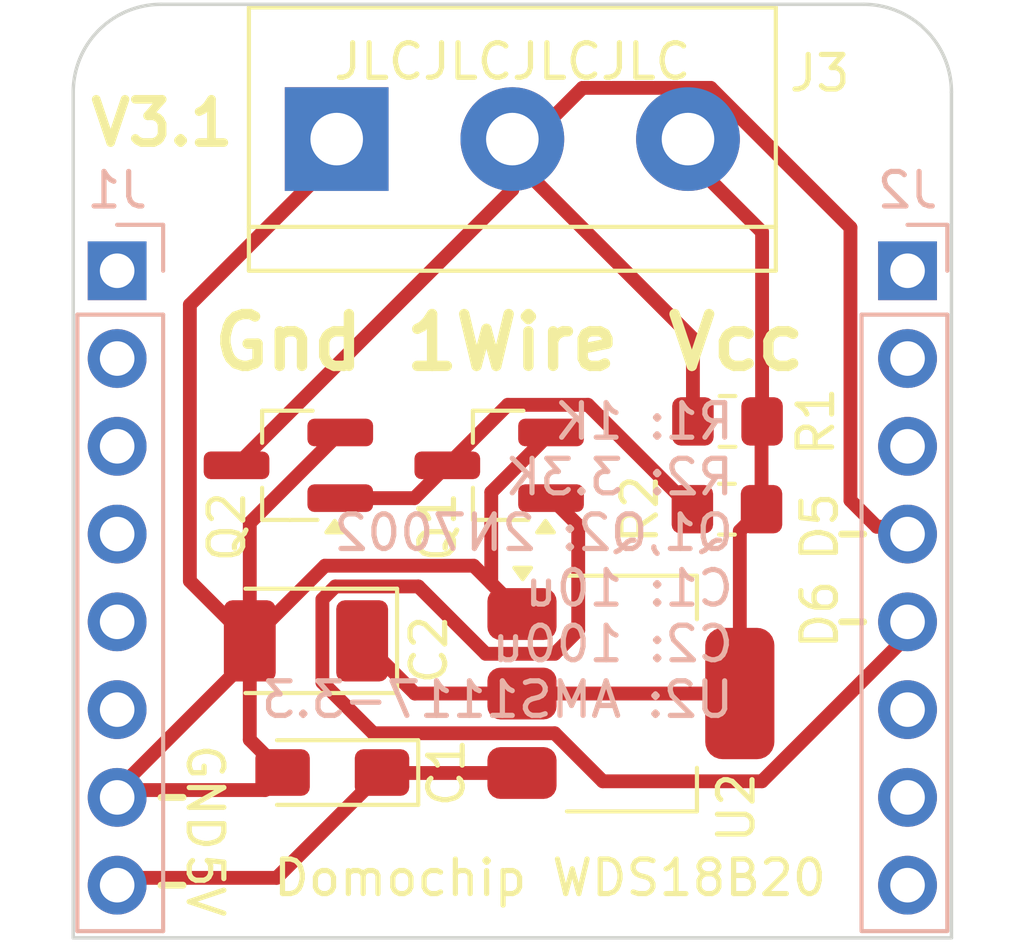
<source format=kicad_pcb>
(kicad_pcb (version 20240108) (generator "pcbnew") (generator_version "8.0")
  (layers (0 "F.Cu" signal) (31 "B.Cu" signal) (34 "B.Paste" user) (35 "F.Paste" user) (36 "B.SilkS" user "B.Silkscreen") (37 "F.SilkS" user "F.Silkscreen") (38 "B.Mask" user) (39 "F.Mask" user) (44 "Edge.Cuts" user))
  (net 0 "")
  (net 1 "VCC")
  (net 2 "GND")
  (net 3 "5V")
  (net 5 "Net-(Q1-D)")
  (net 12 "Net-(J2-D5)")
  (net 15 "Net-(J2-D6)")
  (footprint "Capacitor_Tantalum_SMD:CP_EIA-3216-18_Kemet-A_Pad1.58x1.35mm_HandSolder" (layer "F.Cu") (at 67.183 47.54 180)
    (property "Reference" "C1" (at -3.302 0 90) (layer "F.SilkS"))
    (property "Value" "10u")
    (fp_line (start 1.6 0.935) (end -2.485 0.935) (stroke (width 0.12)) (layer "F.SilkS"))
    (fp_line (start -2.485 0.935) (end -2.485 -0.935) (stroke (width 0.12)) (layer "F.SilkS"))
    (fp_line (start -2.485 -0.935) (end 1.6 -0.935) (stroke (width 0.12)) (layer "F.SilkS"))
    (pad "1" smd roundrect (at -1.4375 0 180) (size 1.575 1.35) (layers "F.Cu" "F.Paste" "F.Mask") (roundrect_rratio 0.185185) (net 3 "5V"))
    (pad "2" smd roundrect (at 1.4375 0 180) (size 1.575 1.35) (layers "F.Cu" "F.Paste" "F.Mask") (roundrect_rratio 0.185185) (net 2 "GND"))
  )
  (footprint "Capacitor_Tantalum_SMD:CP_EIA-3528-21_Kemet-B_Pad1.50x2.35mm_HandSolder" (layer "F.Cu") (at 66.421 43.73 180)
    (property "Reference" "C2" (at -3.556 -0.254 90) (layer "F.SilkS"))
    (property "Value" "100u")
    (fp_line (start 1.75 1.51) (end -2.635 1.51) (stroke (width 0.12)) (layer "F.SilkS"))
    (fp_line (start -2.635 1.51) (end -2.635 -1.51) (stroke (width 0.12)) (layer "F.SilkS"))
    (fp_line (start -2.635 -1.51) (end 1.75 -1.51) (stroke (width 0.12)) (layer "F.SilkS"))
    (pad "1" smd roundrect (at -1.625 0 180) (size 1.5 2.35) (layers "F.Cu" "F.Paste" "F.Mask") (roundrect_rratio 0.166667) (net 1 "VCC"))
    (pad "2" smd roundrect (at 1.625 0 180) (size 1.5 2.35) (layers "F.Cu" "F.Paste" "F.Mask") (roundrect_rratio 0.166667) (net 2 "GND"))
  )
  (footprint "Resistor_SMD:R_0805_2012Metric_Pad1.20x1.40mm_HandSolder" (layer "F.Cu") (at 78.613 37.38 180)
    (property "Reference" "R1" (at -2.556 0 90) (layer "F.SilkS"))
    (property "Value" "1K")
    (fp_line (start -0.227064 0.735) (end 0.227064 0.735) (stroke (width 0.12)) (layer "F.SilkS"))
    (fp_line (start -0.227064 -0.735) (end 0.227064 -0.735) (stroke (width 0.12)) (layer "F.SilkS"))
    (pad "1" smd roundrect (at -1 0 180) (size 1.2 1.4) (layers "F.Cu" "F.Paste" "F.Mask") (roundrect_rratio 0.208333) (net 1 "VCC"))
    (pad "2" smd roundrect (at 1 0 180) (size 1.2 1.4) (layers "F.Cu" "F.Paste" "F.Mask") (roundrect_rratio 0.208333) (net 12 "Net-(J2-D5)"))
  )
  (footprint "Resistor_SMD:R_0805_2012Metric_Pad1.20x1.40mm_HandSolder" (layer "F.Cu") (at 78.597 39.92 180)
    (property "Reference" "R2" (at 2.524 0 90) (layer "F.SilkS"))
    (property "Value" "3.3K")
    (fp_line (start -0.227064 0.735) (end 0.227064 0.735) (stroke (width 0.12)) (layer "F.SilkS"))
    (fp_line (start -0.227064 -0.735) (end 0.227064 -0.735) (stroke (width 0.12)) (layer "F.SilkS"))
    (pad "1" smd roundrect (at -1 0 180) (size 1.2 1.4) (layers "F.Cu" "F.Paste" "F.Mask") (roundrect_rratio 0.208333) (net 1 "VCC"))
    (pad "2" smd roundrect (at 1 0 180) (size 1.2 1.4) (layers "F.Cu" "F.Paste" "F.Mask") (roundrect_rratio 0.208333) (net 5 "Net-(Q1-D)"))
  )
  (footprint "Package_TO_SOT_SMD:SOT-223-3_TabPin2" (layer "F.Cu") (at 75.819 45.254)
    (property "Reference" "U2" (at 3.048 3.302 90) (layer "F.SilkS"))
    (property "Value" "AMS1117-3.3")
    (fp_line (start -1.85 -3.41) (end 1.91 -3.41) (stroke (width 0.12)) (layer "F.SilkS"))
    (fp_line (start -1.85 3.41) (end 1.91 3.41) (stroke (width 0.12)) (layer "F.SilkS"))
    (fp_line (start 1.91 -3.41) (end 1.91 -2.15) (stroke (width 0.12)) (layer "F.SilkS"))
    (fp_line (start 1.91 3.41) (end 1.91 2.15) (stroke (width 0.12)) (layer "F.SilkS"))
    (fp_poly (pts (xy -3.13 -3.31) (xy -3.37 -3.64) (xy -2.89 -3.64) (xy -3.13 -3.31)) (stroke (width 0.12)) (fill solid) (layer "F.SilkS"))
    (pad "1" smd roundrect (at -3.15 -2.3) (size 2 1.5) (layers "F.Cu" "F.Paste" "F.Mask") (net 2 "GND"))
    (pad "2" smd roundrect (at -3.15 0) (size 2 1.5) (layers "F.Cu" "F.Paste" "F.Mask") (net 1 "VCC"))
    (pad "2" smd roundrect (at 3.15 0) (size 2 3.8) (layers "F.Cu" "F.Paste" "F.Mask") (net 1 "VCC"))
    (pad "3" smd roundrect (at -3.15 2.3) (size 2 1.5) (layers "F.Cu" "F.Paste" "F.Mask") (net 3 "5V"))
  )
  (footprint "Package_TO_SOT_SMD:SOT-23_Handsoldering" (layer "F.Cu") (at 72.009 38.65 180)
    (property "Reference" "Q1" (at 1.778 -1.778 90) (layer "F.SilkS"))
    (property "Value" "2N7002")
    (fp_line (start 0.76 1.58) (end 0.76 0.65) (stroke (width 0.12)) (layer "F.SilkS"))
    (fp_line (start 0.76 1.58) (end -0.7 1.58) (stroke (width 0.12)) (layer "F.SilkS"))
    (fp_line (start 0.76 -1.58) (end 0.76 -0.65) (stroke (width 0.12)) (layer "F.SilkS"))
    (fp_line (start -0.04 -1.58) (end 0.76 -1.58) (stroke (width 0.12)) (layer "F.SilkS"))
    (fp_line (start -0.04 -1.58) (end -0.84 -1.58) (stroke (width 0.12)) (layer "F.SilkS"))
    (fp_poly (pts (xy -1.34 -1.61) (xy -1.58 -1.94) (xy -1.1 -1.94) (xy -1.34 -1.61)) (stroke (width 0.12)) (fill solid) (layer "F.SilkS"))
    (pad "1" smd roundrect (at -1.5 -0.95 180) (size 1.9 0.8) (layers "F.Cu" "F.Paste" "F.Mask") (net 15 "Net-(J2-D6)"))
    (pad "2" smd roundrect (at -1.5 0.95 180) (size 1.9 0.8) (layers "F.Cu" "F.Paste" "F.Mask") (net 2 "GND"))
    (pad "3" smd roundrect (at 1.5 0 180) (size 1.9 0.8) (layers "F.Cu" "F.Paste" "F.Mask") (net 5 "Net-(Q1-D)"))
  )
  (footprint "Package_TO_SOT_SMD:SOT-23_Handsoldering" (layer "F.Cu") (at 65.913 38.65 180)
    (property "Reference" "Q2" (at 1.778 -1.778 90) (layer "F.SilkS"))
    (property "Value" "2N7002")
    (fp_line (start 0.76 1.58) (end 0.76 0.65) (stroke (width 0.12)) (layer "F.SilkS"))
    (fp_line (start 0.76 1.58) (end -0.7 1.58) (stroke (width 0.12)) (layer "F.SilkS"))
    (fp_line (start 0.76 -1.58) (end 0.76 -0.65) (stroke (width 0.12)) (layer "F.SilkS"))
    (fp_line (start -0.04 -1.58) (end 0.76 -1.58) (stroke (width 0.12)) (layer "F.SilkS"))
    (fp_line (start -0.04 -1.58) (end -0.84 -1.58) (stroke (width 0.12)) (layer "F.SilkS"))
    (fp_poly (pts (xy -1.34 -1.61) (xy -1.58 -1.94) (xy -1.1 -1.94) (xy -1.34 -1.61)) (stroke (width 0.12)) (fill solid) (layer "F.SilkS"))
    (pad "1" smd roundrect (at -1.5 -0.95 180) (size 1.9 0.8) (layers "F.Cu" "F.Paste" "F.Mask") (net 5 "Net-(Q1-D)"))
    (pad "2" smd roundrect (at -1.5 0.95 180) (size 1.9 0.8) (layers "F.Cu" "F.Paste" "F.Mask") (net 2 "GND"))
    (pad "3" smd roundrect (at 1.5 0 180) (size 1.9 0.8) (layers "F.Cu" "F.Paste" "F.Mask") (net 12 "Net-(J2-D5)"))
  )
  (footprint "TerminalBlock:TerminalBlock_bornier-3_P5.08mm" (layer "F.Cu") (at 67.31 29.21)
    (property "Reference" "J3" (at 13.97 -1.905 0) (layer "F.SilkS"))
    (property "Value" "1-Wire Bus")
    (fp_line (start -2.54 -3.81) (end 12.7 -3.81) (stroke (width 0.12)) (layer "F.SilkS"))
    (fp_line (start -2.54 2.54) (end 12.7 2.54) (stroke (width 0.12)) (layer "F.SilkS"))
    (fp_line (start -2.54 3.81) (end -2.54 -3.81) (stroke (width 0.12)) (layer "F.SilkS"))
    (fp_line (start -2.54 3.81) (end 12.7 3.81) (stroke (width 0.12)) (layer "F.SilkS"))
    (fp_line (start 12.7 3.81) (end 12.7 -3.81) (stroke (width 0.12)) (layer "F.SilkS"))
    (pad "1" thru_hole rect (at 0 0) (size 3 3) (drill 1.52) (layers "*.Cu" "*.Mask") (net 2 "GND"))
    (pad "2" thru_hole circle (at 5.08 0) (size 3 3) (drill 1.52) (layers "*.Cu" "*.Mask") (net 12 "Net-(J2-D5)"))
    (pad "3" thru_hole circle (at 10.16 0) (size 3 3) (drill 1.52) (layers "*.Cu" "*.Mask") (net 1 "VCC"))
  )
  (footprint "wemos_d1_mini:WeMos_D1_mini_Hat_Left" (layer "B.Cu") (at 60.96 33.02 180)
    (property "Reference" "J1" (at 0 2.33 0) (layer "B.SilkS") (effects (justify mirror)))
    (property "Value" "WeMos_mini_Hat_Left")
    (fp_line (start 1.15 -1.27) (end -1.33 -1.27) (stroke (width 0.12)) (layer "B.SilkS"))
    (fp_line (start 1.15 -19.11) (end 1.15 -1.27) (stroke (width 0.12)) (layer "B.SilkS"))
    (fp_line (start 1.15 -19.11) (end -1.33 -19.11) (stroke (width 0.12)) (layer "B.SilkS"))
    (fp_line (start 0 1.33) (end -1.33 1.33) (stroke (width 0.12)) (layer "B.SilkS"))
    (fp_line (start -1.33 1.33) (end -1.33 0) (stroke (width 0.12)) (layer "B.SilkS"))
    (fp_line (start -1.33 -19.11) (end -1.33 -1.27) (stroke (width 0.12)) (layer "B.SilkS"))
    (pad "1" thru_hole rect (at 0 0 180) (size 1.7 1.7) (drill 1) (layers "*.Cu" "*.Mask"))
    (pad "2" thru_hole oval (at 0 -2.54 180) (size 1.7 1.7) (drill 1) (layers "*.Cu" "*.Mask"))
    (pad "3" thru_hole oval (at 0 -5.08 180) (size 1.7 1.7) (drill 1) (layers "*.Cu" "*.Mask"))
    (pad "4" thru_hole oval (at 0 -7.62 180) (size 1.7 1.7) (drill 1) (layers "*.Cu" "*.Mask"))
    (pad "5" thru_hole oval (at 0 -10.16 180) (size 1.7 1.7) (drill 1) (layers "*.Cu" "*.Mask"))
    (pad "6" thru_hole oval (at 0 -12.7 180) (size 1.7 1.7) (drill 1) (layers "*.Cu" "*.Mask"))
    (pad "7" thru_hole oval (at 0 -15.24 180) (size 1.7 1.7) (drill 1) (layers "*.Cu" "*.Mask") (net 2 "GND"))
    (pad "8" thru_hole oval (at 0 -17.78 180) (size 1.7 1.7) (drill 1) (layers "*.Cu" "*.Mask") (net 3 "5V"))
  )
  (footprint "wemos_d1_mini:WeMos_D1_mini_Hat_Right" (layer "B.Cu") (at 83.82 33.02 180)
    (property "Reference" "J2" (at 0 2.33 0) (layer "B.SilkS") (effects (justify mirror)))
    (property "Value" "WeMos_mini_Hat_Right")
    (fp_line (start 1.33 -1.27) (end -1.15 -1.27) (stroke (width 0.12)) (layer "B.SilkS"))
    (fp_line (start 1.33 -19.08) (end 1.33 -1.27) (stroke (width 0.12)) (layer "B.SilkS"))
    (fp_line (start 1.33 -19.11) (end -1.15 -19.11) (stroke (width 0.12)) (layer "B.SilkS"))
    (fp_line (start 0 1.33) (end -1.15 1.33) (stroke (width 0.12)) (layer "B.SilkS"))
    (fp_line (start -1.15 1.33) (end -1.15 0) (stroke (width 0.12)) (layer "B.SilkS"))
    (fp_line (start -1.15 -19.08) (end -1.15 -1.27) (stroke (width 0.12)) (layer "B.SilkS"))
    (pad "1" thru_hole rect (at 0 0 180) (size 1.7 1.7) (drill 1) (layers "*.Cu" "*.Mask"))
    (pad "2" thru_hole oval (at 0 -2.54 180) (size 1.7 1.7) (drill 1) (layers "*.Cu" "*.Mask"))
    (pad "3" thru_hole oval (at 0 -5.08 180) (size 1.7 1.7) (drill 1) (layers "*.Cu" "*.Mask"))
    (pad "4" thru_hole oval (at 0 -7.62 180) (size 1.7 1.7) (drill 1) (layers "*.Cu" "*.Mask") (net 12 "Net-(J2-D5)"))
    (pad "5" thru_hole oval (at 0 -10.16 180) (size 1.7 1.7) (drill 1) (layers "*.Cu" "*.Mask") (net 15 "Net-(J2-D6)"))
    (pad "6" thru_hole oval (at 0 -12.7 180) (size 1.7 1.7) (drill 1) (layers "*.Cu" "*.Mask"))
    (pad "7" thru_hole oval (at 0 -15.24 180) (size 1.7 1.7) (drill 1) (layers "*.Cu" "*.Mask"))
    (pad "8" thru_hole oval (at 0 -17.78 180) (size 1.7 1.7) (drill 1) (layers "*.Cu" "*.Mask"))
  )
  (gr_line (start 81.915 40.64) (end 82.55 40.64) (stroke (width 0.2)) (layer "F.SilkS"))
  (gr_line (start 62.865 50.8) (end 62.23 50.8) (stroke (width 0.2)) (layer "F.SilkS"))
  (gr_line (start 62.865 48.26) (end 62.23 48.26) (stroke (width 0.2)) (layer "F.SilkS"))
  (gr_line (start 81.915 43.18) (end 82.55 43.18) (stroke (width 0.2)) (layer "F.SilkS"))
  (gr_arc (start 59.69 27.85) (mid 60.433949 26.053949) (end 62.23 25.31) (stroke (width 0.1)) (layer "Edge.Cuts"))
  (gr_arc (start 82.55 25.31) (mid 84.346051 26.053949) (end 85.09 27.85) (stroke (width 0.1)) (layer "Edge.Cuts"))
  (gr_line (start 62.23 25.31) (end 82.55 25.31) (stroke (width 0.1)) (layer "Edge.Cuts"))
  (gr_line (start 59.69 52.324) (end 85.09 52.324) (stroke (width 0.1)) (layer "Edge.Cuts"))
  (gr_line (start 59.69 27.85) (end 59.69 52.324) (stroke (width 0.1)) (layer "Edge.Cuts"))
  (gr_line (start 85.09 52.324) (end 85.09 27.85) (stroke (width 0.1)) (layer "Edge.Cuts"))
  (gr_text "R1: 1K\nR2: 3.3K\nQ1,Q2: 2N7002\nC1: 10u\nC2: 100u\nU2: AMS1117-3.3" (at 78.867 46.016 0) (layer "B.SilkS") (effects (font (size 1 1)) (justify left bottom mirror)))
  (gr_text "Gnd" (at 65.913 35.094 0) (layer "F.SilkS") (effects (font (size 1.5 1.5) (thickness 0.3))))
  (gr_text "1Wire" (at 72.39 35.094 0) (layer "F.SilkS") (effects (font (size 1.5 1.5) (thickness 0.3))))
  (gr_text "GND" (at 63.5 48.26 270) (layer "F.SilkS") (effects (font (size 1 1))))
  (gr_text "D5" (at 81.28 40.428 90) (layer "F.SilkS") (effects (font (size 1 1))))
  (gr_text "D6" (at 81.28 42.968 90) (layer "F.SilkS") (effects (font (size 1 1))))
  (gr_text "Vcc" (at 78.867 35.094 0) (layer "F.SilkS") (effects (font (size 1.5 1.5) (thickness 0.3))))
  (gr_text "V3.1" (at 60.071 28.744 0) (layer "F.SilkS") (effects (font (size 1.25 1.25) (thickness 0.25) (bold yes)) (justify left)))
  (gr_text "JLCJLCJLCJLC" (at 72.39 26.966 0) (layer "F.SilkS") (effects (font (size 1 1))))
  (gr_text "Domochip WDS18B20" (at 65.405 50.588 0) (layer "F.SilkS") (effects (font (size 1 1)) (justify left)))
  (gr_text "5V" (at 63.5 50.8 270) (layer "F.SilkS") (effects (font (size 1 1))))
  (segment (start 69.57 45.254) (end 72.669 45.254) (width 0.4) (layer "F.Cu") (net 1))
  (segment (start 79.613 37.38) (end 79.613 31.901) (width 0.4) (layer "F.Cu") (net 1))
  (segment (start 78.969 45.254) (end 78.969 40.548) (width 0.4) (layer "F.Cu") (net 1))
  (segment (start 68.046 43.73) (end 69.57 45.254) (width 0.4) (layer "F.Cu") (net 1))
  (segment (start 79.597 37.396) (end 79.613 37.38) (width 0.4) (layer "F.Cu") (net 1))
  (segment (start 78.969 45.254) (end 72.669 45.254) (width 0.4) (layer "F.Cu") (net 1))
  (segment (start 79.613 31.901) (end 77.47 29.758) (width 0.4) (layer "F.Cu") (net 1))
  (segment (start 78.969 40.548) (end 79.597 39.92) (width 0.4) (layer "F.Cu") (net 1))
  (segment (start 79.597 39.92) (end 79.597 37.396) (width 0.4) (layer "F.Cu") (net 1))
  (segment (start 66.971 41.555) (end 71.27 41.555) (width 0.4) (layer "F.Cu") (net 2))
  (segment (start 64.796 43.73) (end 63.063 41.997) (width 0.4) (layer "F.Cu") (net 2))
  (segment (start 64.796 40.317) (end 67.413 37.7) (width 0.4) (layer "F.Cu") (net 2))
  (segment (start 64.796 43.73) (end 64.796 40.317) (width 0.4) (layer "F.Cu") (net 2))
  (segment (start 71.780035 42.065035) (end 71.780035 39.428965) (width 0.4) (layer "F.Cu") (net 2))
  (segment (start 60.96 48.048) (end 64.796 44.212) (width 0.4) (layer "F.Cu") (net 2))
  (segment (start 71.27 41.555) (end 72.669 42.954) (width 0.4) (layer "F.Cu") (net 2))
  (segment (start 65.2375 48.048) (end 65.7455 47.54) (width 0.4) (layer "F.Cu") (net 2))
  (segment (start 64.796 44.212) (end 64.796 43.73) (width 0.4) (layer "F.Cu") (net 2))
  (segment (start 63.063 41.997) (end 63.063 34.005) (width 0.4) (layer "F.Cu") (net 2))
  (segment (start 64.796 43.73) (end 66.971 41.555) (width 0.4) (layer "F.Cu") (net 2))
  (segment (start 63.063 34.005) (end 67.31 29.758) (width 0.4) (layer "F.Cu") (net 2))
  (segment (start 64.796 43.73) (end 64.796 46.5905) (width 0.4) (layer "F.Cu") (net 2))
  (segment (start 72.669 42.954) (end 71.780035 42.065035) (width 0.4) (layer "F.Cu") (net 2))
  (segment (start 71.780035 39.428965) (end 73.509 37.7) (width 0.4) (layer "F.Cu") (net 2))
  (segment (start 64.796 46.5905) (end 65.7455 47.54) (width 0.4) (layer "F.Cu") (net 2))
  (segment (start 60.96 48.048) (end 65.2375 48.048) (width 0.4) (layer "F.Cu") (net 2))
  (segment (start 68.975 47.554) (end 72.669 47.554) (width 0.4) (layer "F.Cu") (net 3))
  (segment (start 68.961 47.54) (end 68.975 47.554) (width 0.4) (layer "F.Cu") (net 3))
  (segment (start 65.5725 50.588) (end 68.6205 47.54) (width 0.4) (layer "F.Cu") (net 3))
  (segment (start 60.96 50.588) (end 65.5725 50.588) (width 0.4) (layer "F.Cu") (net 3))
  (segment (start 68.6205 47.54) (end 68.961 47.54) (width 0.4) (layer "F.Cu") (net 3))
  (segment (start 67.413 39.6) (end 69.559 39.6) (width 0.4) (layer "F.Cu") (net 5))
  (segment (start 77.597 39.92) (end 74.577 36.9) (width 0.4) (layer "F.Cu") (net 5))
  (segment (start 74.577 36.9) (end 72.259 36.9) (width 0.4) (layer "F.Cu") (net 5))
  (segment (start 69.559 39.6) (end 70.509 38.65) (width 0.4) (layer "F.Cu") (net 5))
  (segment (start 72.259 36.9) (end 70.509 38.65) (width 0.4) (layer "F.Cu") (net 5))
  (segment (start 64.413 38.65) (end 72.39 30.673) (width 0.4) (layer "F.Cu") (net 12))
  (segment (start 74.42 27.728) (end 72.39 29.758) (width 0.4) (layer "F.Cu") (net 12))
  (segment (start 83.82 40.428) (end 82.931 40.428) (width 0.4) (layer "F.Cu") (net 12))
  (segment (start 82.169 31.769994) (end 78.127006 27.728) (width 0.4) (layer "F.Cu") (net 12))
  (segment (start 78.127006 27.728) (end 74.42 27.728) (width 0.4) (layer "F.Cu") (net 12))
  (segment (start 77.613 34.981) (end 72.39 29.758) (width 0.4) (layer "F.Cu") (net 12))
  (segment (start 82.169 39.666) (end 82.169 31.769994) (width 0.4) (layer "F.Cu") (net 12))
  (segment (start 77.613 37.38) (end 77.613 34.981) (width 0.4) (layer "F.Cu") (net 12))
  (segment (start 82.931 40.428) (end 82.169 39.666) (width 0.4) (layer "F.Cu") (net 12))
  (segment (start 72.39 30.673) (end 72.39 29.758) (width 0.4) (layer "F.Cu") (net 12))
  (segment (start 71.621 44.104) (end 73.615016 44.104) (width 0.4) (layer "F.Cu") (net 15))
  (segment (start 68.368834 46.404) (end 66.896 44.931166) (width 0.4) (layer "F.Cu") (net 15))
  (segment (start 75.005016 47.794) (end 73.615016 46.404) (width 0.4) (layer "F.Cu") (net 15))
  (segment (start 74.295 43.424016) (end 74.295 40.386) (width 0.4) (layer "F.Cu") (net 15))
  (segment (start 83.82 42.968) (end 83.82 43.583064) (width 0.4) (layer "F.Cu") (net 15))
  (segment (start 67.269834 42.155) (end 69.672 42.155) (width 0.4) (layer "F.Cu") (net 15))
  (segment (start 66.896 44.931166) (end 66.896 42.528834) (width 0.4) (layer "F.Cu") (net 15))
  (segment (start 66.896 42.528834) (end 67.269834 42.155) (width 0.4) (layer "F.Cu") (net 15))
  (segment (start 69.672 42.155) (end 71.621 44.104) (width 0.4) (layer "F.Cu") (net 15))
  (segment (start 74.295 40.386) (end 73.509 39.6) (width 0.4) (layer "F.Cu") (net 15))
  (segment (start 83.82 43.583064) (end 79.609064 47.794) (width 0.4) (layer "F.Cu") (net 15))
  (segment (start 73.615016 46.404) (end 68.368834 46.404) (width 0.4) (layer "F.Cu") (net 15))
  (segment (start 79.609064 47.794) (end 75.005016 47.794) (width 0.4) (layer "F.Cu") (net 15))
  (segment (start 73.615016 44.104) (end 74.295 43.424016) (width 0.4) (layer "F.Cu") (net 15))
)
</source>
